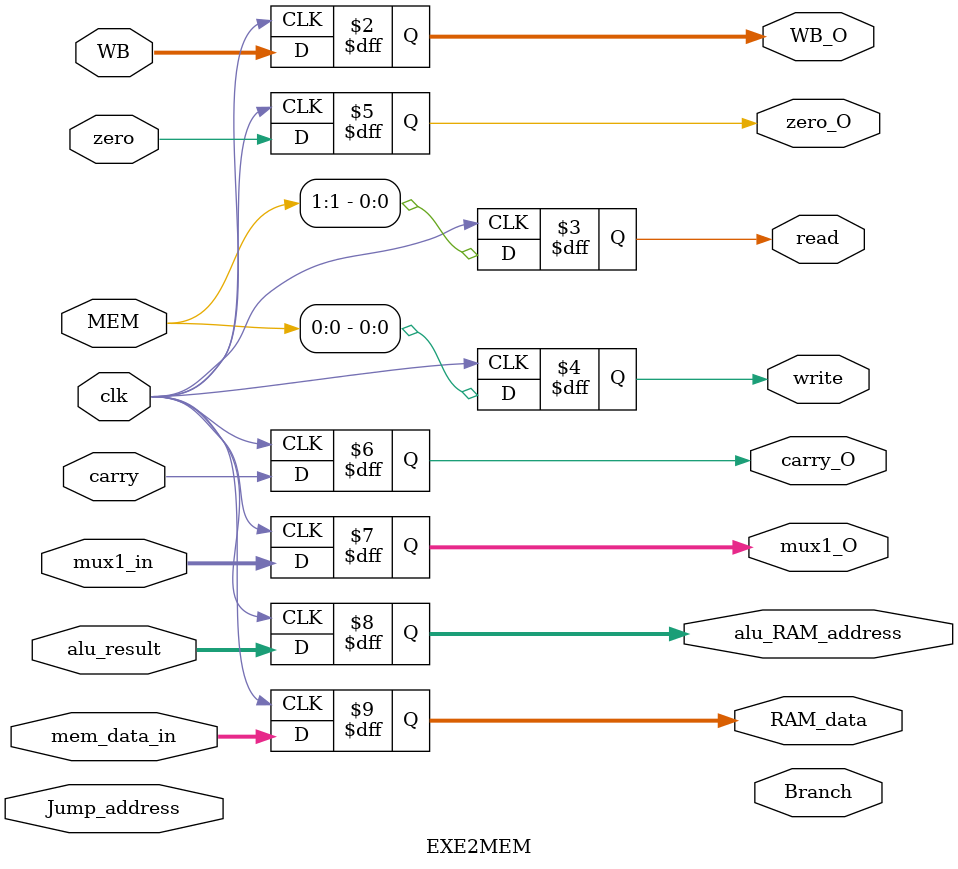
<source format=v>
module EXE2MEM(clk, WB, MEM, Jump_address, alu_result, mem_data_in, mux1_in, zero, carry, 
                WB_O, Branch, read, write, zero_O, carry_O, mux1_O,alu_RAM_address, RAM_data
);

    input clk;
    input [1:0] WB;
    input [1:0] MEM;
    input [7:0] Jump_address, alu_result, mem_data_in;
    input [3:0] mux1_in;
    input zero, carry;

    output reg [1:0]WB_O;
    output reg [3:0] Branch;
    output reg read;
    output reg write;
    output reg zero_O;
    output reg carry_O;
    output reg [3:0] mux1_O;
    output reg [7:0]alu_RAM_address;
    output reg [7:0]RAM_data;

    always @(negedge clk)begin
        WB_O <= WB;
        read <= MEM[1];
        write <= MEM[0];
        zero_O <= zero;
        carry_O <= carry;
        mux1_O <= mux1_in;
        alu_RAM_address <= alu_result;
        RAM_data <= mem_data_in;
    end

endmodule

</source>
